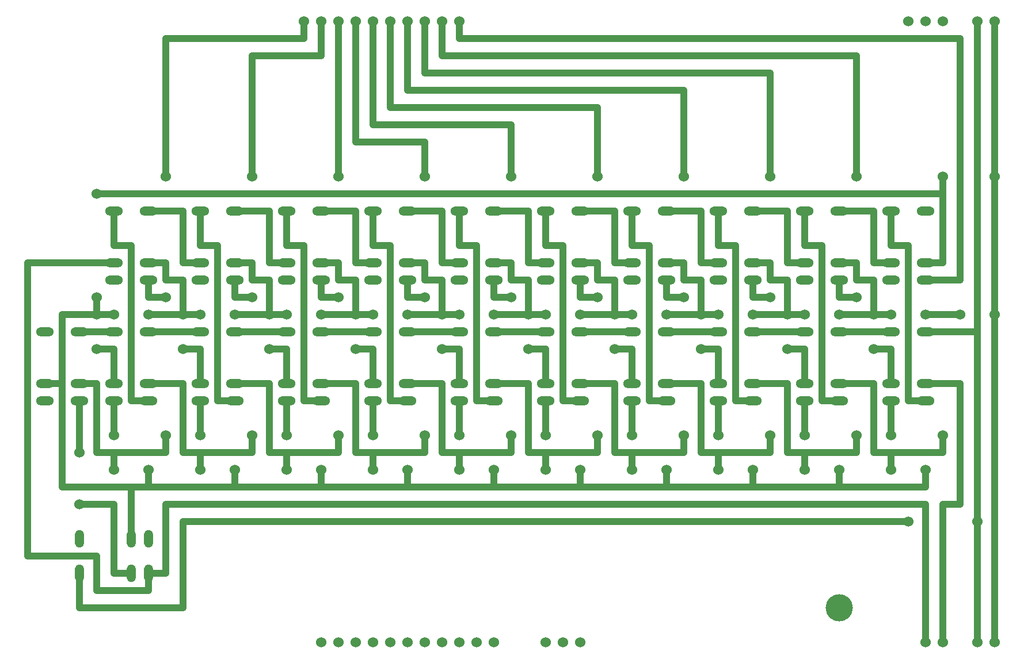
<source format=gbr>
G04 DesignSpark PCB Gerber Version 9.0 Build 5115 *
%FSLAX35Y35*%
%MOIN*%
%ADD24O,0.05200X0.10400*%
%ADD29C,0.03937*%
%ADD10C,0.06000*%
%ADD18O,0.10400X0.05200*%
%ADD73C,0.15748*%
X0Y0D02*
D02*
D10*
X47022Y98596D03*
Y128596D03*
X57022Y188596D03*
Y208596D03*
Y218596D03*
Y278596D03*
X67022Y118596D03*
Y138596D03*
Y208596D03*
X87022Y118596D03*
Y208596D03*
X97022Y138596D03*
Y218596D03*
Y288596D03*
X107022Y188596D03*
Y208596D03*
X117022Y118596D03*
Y138596D03*
Y208596D03*
X137022Y118596D03*
Y208596D03*
X147022Y138596D03*
Y218596D03*
Y288596D03*
X157022Y188596D03*
Y208596D03*
X167022Y118596D03*
Y138596D03*
Y208596D03*
X177022Y378596D03*
X187022Y18596D03*
Y118596D03*
Y208596D03*
Y378596D03*
X197022Y18596D03*
Y138596D03*
Y218596D03*
Y288596D03*
Y378596D03*
X207022Y18596D03*
Y188596D03*
Y208596D03*
Y378596D03*
X217022Y18596D03*
Y118596D03*
Y138596D03*
Y208596D03*
Y378596D03*
X227022Y18596D03*
Y378596D03*
X237022Y18596D03*
Y118596D03*
Y208596D03*
Y378596D03*
X247022Y18596D03*
Y138596D03*
Y218596D03*
Y288596D03*
Y378596D03*
X257022Y18596D03*
Y188596D03*
Y208596D03*
Y378596D03*
X267022Y18596D03*
Y118596D03*
Y138596D03*
Y208596D03*
Y378596D03*
X277022Y18596D03*
X287022D03*
Y118596D03*
Y208596D03*
X297022Y138596D03*
Y218596D03*
Y288596D03*
X307022Y188596D03*
Y208596D03*
X317022Y18596D03*
Y118596D03*
Y138596D03*
Y208596D03*
X327022Y18596D03*
X337022D03*
Y118596D03*
Y208596D03*
X347022Y138596D03*
Y218596D03*
Y288596D03*
X357022Y188596D03*
Y208596D03*
X367022Y118596D03*
Y138596D03*
Y208596D03*
X387022Y118596D03*
Y208596D03*
X397022Y138596D03*
Y218596D03*
Y288596D03*
X407022Y188596D03*
Y208596D03*
X417022Y118596D03*
Y138596D03*
Y208596D03*
X437022Y118596D03*
Y208596D03*
X447022Y138596D03*
Y218596D03*
Y288596D03*
X457022Y188596D03*
Y208596D03*
X467022Y118596D03*
Y138596D03*
Y208596D03*
X487022Y118596D03*
Y208596D03*
X497022Y138596D03*
Y218596D03*
Y288596D03*
X507022Y188596D03*
Y208596D03*
X517022Y118596D03*
Y138596D03*
Y208596D03*
X527022Y88596D03*
Y378596D03*
X537022Y18596D03*
Y118596D03*
Y208596D03*
Y378596D03*
X547022Y18596D03*
Y138596D03*
Y288596D03*
Y378596D03*
X557022Y208596D03*
X567022Y18596D03*
Y88596D03*
Y378596D03*
X577022Y18596D03*
Y208596D03*
Y288596D03*
Y378596D03*
D02*
D18*
X27022Y158596D03*
Y168596D03*
Y198596D03*
X47022Y158596D03*
Y168596D03*
Y198596D03*
X67022Y158596D03*
Y168596D03*
Y198596D03*
Y228596D03*
Y238596D03*
Y268596D03*
X87022Y158596D03*
Y168596D03*
Y198596D03*
Y228596D03*
Y238596D03*
Y268596D03*
X117022Y158596D03*
Y168596D03*
Y198596D03*
Y228596D03*
Y238596D03*
Y268596D03*
X137022Y158596D03*
Y168596D03*
Y198596D03*
Y228596D03*
Y238596D03*
Y268596D03*
X167022Y158596D03*
Y168596D03*
Y198596D03*
Y228596D03*
Y238596D03*
Y268596D03*
X187022Y158596D03*
Y168596D03*
Y198596D03*
Y228596D03*
Y238596D03*
Y268596D03*
X217022Y158596D03*
Y168596D03*
Y198596D03*
Y228596D03*
Y238596D03*
Y268596D03*
X237022Y158596D03*
Y168596D03*
Y198596D03*
Y228596D03*
Y238596D03*
Y268596D03*
X267022Y158596D03*
Y168596D03*
Y198596D03*
Y228596D03*
Y238596D03*
Y268596D03*
X287022Y158596D03*
Y168596D03*
Y198596D03*
Y228596D03*
Y238596D03*
Y268596D03*
X317022Y158596D03*
Y168596D03*
Y198596D03*
Y228596D03*
Y238596D03*
Y268596D03*
X337022Y158596D03*
Y168596D03*
Y198596D03*
Y228596D03*
Y238596D03*
Y268596D03*
X367022Y158596D03*
Y168596D03*
Y198596D03*
Y228596D03*
Y238596D03*
Y268596D03*
X387022Y158596D03*
Y168596D03*
Y198596D03*
Y228596D03*
Y238596D03*
Y268596D03*
X417022Y158596D03*
Y168596D03*
Y198596D03*
Y228596D03*
Y238596D03*
Y268596D03*
X437022Y158596D03*
Y168596D03*
Y198596D03*
Y228596D03*
Y238596D03*
Y268596D03*
X467022Y158596D03*
Y168596D03*
Y198596D03*
Y228596D03*
Y238596D03*
Y268596D03*
X487022Y158596D03*
Y168596D03*
Y198596D03*
Y228596D03*
Y238596D03*
Y268596D03*
X517022Y158596D03*
Y168596D03*
Y198596D03*
Y228596D03*
Y238596D03*
Y268596D03*
X537022Y158596D03*
Y168596D03*
Y198596D03*
Y228596D03*
Y238596D03*
Y268596D03*
D02*
D24*
X47022Y58596D03*
Y78596D03*
X77022Y58596D03*
Y78596D03*
X87022Y58596D03*
Y78596D03*
D02*
D29*
X37022Y168596D02*
X27022D01*
X47022Y58596D02*
Y38596D01*
X107022*
Y88596*
X517022*
X47022Y98596D02*
X67022D01*
Y58596*
X77022*
X47022Y158596D02*
Y128596D01*
X57022Y208596D02*
X37022D01*
Y168596*
X57022Y218596D02*
Y208596D01*
X67022Y158596D02*
Y138596D01*
Y168596D02*
Y188596D01*
X57022*
X67022Y198596D02*
X47022D01*
X67022Y208596D02*
X57022D01*
X67022Y238596D02*
X17022D01*
Y68596*
X57022*
Y48596*
X87022*
Y58596*
X77022Y78596D02*
Y108596D01*
X37022*
Y168596*
X77022Y128596D02*
X57022D01*
Y168596*
X47022*
X77022Y128596D02*
X67022D01*
Y118596*
X87022Y58596D02*
X97022D01*
Y98596*
X537022*
X87022Y108596D02*
X77022D01*
X87022D02*
Y118596D01*
Y158596D02*
X77022D01*
Y248596*
X67022*
Y268596*
X87022Y168596D02*
X107022D01*
Y128596*
X117022*
X87022Y208596D02*
X107022D01*
X87022Y228596D02*
Y218596D01*
X97022*
X87022Y238596D02*
X97022D01*
Y228596*
X107022*
Y208596*
X87022Y268596D02*
X107022D01*
Y238596*
X117022*
X97022Y138596D02*
Y128596D01*
X77022*
X107022Y208596D02*
X117022D01*
Y128596D02*
Y118596D01*
Y158596D02*
Y138596D01*
Y168596D02*
Y188596D01*
X107022*
X117022Y198596D02*
X87022D01*
X137022Y108596D02*
X87022D01*
X137022D02*
Y118596D01*
Y158596D02*
X127022D01*
Y248596*
X117022*
Y268596*
X137022Y208596D02*
X157022D01*
X137022Y228596D02*
Y218596D01*
X147022*
X137022Y238596D02*
X147022D01*
Y228596*
X157022*
Y208596*
X137022Y268596D02*
X157022D01*
Y238596*
X167022*
X147022Y138596D02*
Y128596D01*
X117022*
X147022Y288596D02*
Y358596D01*
X187022*
Y378596*
X157022Y208596D02*
X167022D01*
Y158596D02*
Y138596D01*
Y168596D02*
Y188596D01*
X157022*
X167022Y198596D02*
X137022D01*
X177022Y128596D02*
X157022D01*
Y168596*
X137022*
X177022Y128596D02*
X167022D01*
Y118596*
X177022Y378596D02*
Y368596D01*
X97022*
Y288596*
X187022Y108596D02*
X137022D01*
X187022D02*
Y118596D01*
Y158596D02*
X177022D01*
Y248596*
X167022*
Y268596*
X187022Y208596D02*
X207022D01*
X187022Y228596D02*
Y218596D01*
X197022*
X187022Y238596D02*
X197022D01*
Y228596*
X207022*
Y208596*
X187022Y268596D02*
X207022D01*
Y238596*
X217022*
X197022Y138596D02*
Y128596D01*
X177022*
X197022Y288596D02*
Y378596D01*
X207022Y208596D02*
X217022D01*
Y158596D02*
Y138596D01*
Y168596D02*
Y188596D01*
X207022*
X217022Y198596D02*
X187022D01*
X227022Y128596D02*
X207022D01*
Y168596*
X187022*
X227022Y128596D02*
X217022D01*
Y118596*
X237022Y108596D02*
X187022D01*
X237022D02*
Y118596D01*
Y158596D02*
X227022D01*
Y248596*
X217022*
Y268596*
X237022Y228596D02*
Y218596D01*
X247022*
X237022Y238596D02*
X247022D01*
Y228596*
X257022*
Y208596*
X237022Y268596D02*
X257022D01*
Y238596*
X267022*
X247022Y138596D02*
Y128596D01*
X227022*
X247022Y288596D02*
Y308596D01*
X207022*
Y378596*
X247022D02*
Y348596D01*
X447022*
Y288596*
X257022Y208596D02*
X237022D01*
X267022Y158596D02*
Y138596D01*
Y168596D02*
Y188596D01*
X257022*
X267022Y198596D02*
X237022D01*
X267022Y208596D02*
X257022D01*
X277022Y128596D02*
X257022D01*
Y168596*
X237022*
X277022Y128596D02*
X267022D01*
Y118596*
X287022Y108596D02*
X237022D01*
X287022D02*
Y118596D01*
Y158596D02*
X277022D01*
Y248596*
X267022*
Y268596*
X287022Y228596D02*
Y218596D01*
X297022*
X287022Y238596D02*
X297022D01*
Y228596*
X307022*
Y208596*
X287022Y268596D02*
X307022D01*
Y238596*
X317022*
X297022Y138596D02*
Y128596D01*
X277022*
X297022Y288596D02*
Y318596D01*
X217022*
Y378596*
X307022Y208596D02*
X287022D01*
X317022Y158596D02*
Y138596D01*
Y168596D02*
Y188596D01*
X307022*
X317022Y198596D02*
X287022D01*
X317022Y208596D02*
X307022D01*
X327022Y128596D02*
X307022D01*
Y168596*
X287022*
X327022Y128596D02*
X317022D01*
Y118596*
X337022Y108596D02*
X287022D01*
X337022D02*
Y118596D01*
Y158596D02*
X327022D01*
Y248596*
X317022*
Y268596*
X337022Y228596D02*
Y218596D01*
X347022*
X337022Y238596D02*
X347022D01*
Y228596*
X357022*
Y208596*
X337022Y268596D02*
X357022D01*
Y238596*
X367022*
X347022Y138596D02*
Y128596D01*
X327022*
X347022Y288596D02*
Y328596D01*
X227022*
Y378596*
X357022Y208596D02*
X337022D01*
X367022Y158596D02*
Y138596D01*
Y168596D02*
Y188596D01*
X357022*
X367022Y198596D02*
X337022D01*
X367022Y208596D02*
X357022D01*
X377022Y128596D02*
X357022D01*
Y168596*
X337022*
X377022Y128596D02*
X367022D01*
Y118596*
X387022Y108596D02*
X337022D01*
X387022D02*
Y118596D01*
Y158596D02*
X377022D01*
Y248596*
X367022*
Y268596*
X387022Y228596D02*
Y218596D01*
X397022*
X387022Y238596D02*
X397022D01*
Y228596*
X407022*
Y208596*
X387022Y268596D02*
X407022D01*
Y238596*
X417022*
X397022Y138596D02*
Y128596D01*
X377022*
X397022Y288596D02*
Y338596D01*
X237022*
Y378596*
X407022Y208596D02*
X387022D01*
X417022Y158596D02*
Y138596D01*
Y168596D02*
Y188596D01*
X407022*
X417022Y198596D02*
X387022D01*
X417022Y208596D02*
X407022D01*
X427022Y128596D02*
X407022D01*
Y168596*
X387022*
X427022Y128596D02*
X417022D01*
Y118596*
X437022Y108596D02*
X387022D01*
X437022D02*
Y118596D01*
Y158596D02*
X427022D01*
Y248596*
X417022*
Y268596*
X437022Y168596D02*
X457022D01*
Y128596*
X477022*
X437022Y228596D02*
Y218596D01*
X447022*
X437022Y238596D02*
X447022D01*
Y228596*
X457022*
Y208596*
X447022Y138596D02*
Y128596D01*
X427022*
X457022Y208596D02*
X437022D01*
X467022Y158596D02*
Y138596D01*
Y168596D02*
Y188596D01*
X457022*
X467022Y198596D02*
X437022D01*
X467022Y208596D02*
X457022D01*
X467022Y238596D02*
X457022D01*
Y268596*
X437022*
X477022Y128596D02*
X467022D01*
Y118596*
X487022Y108596D02*
X437022D01*
X487022D02*
Y118596D01*
Y158596D02*
X477022D01*
Y248596*
X467022*
Y268596*
X487022Y228596D02*
Y218596D01*
X497022*
X487022Y238596D02*
X497022D01*
Y228596*
X507022*
X497022Y138596D02*
Y128596D01*
X477022*
X497022Y288596D02*
Y358596D01*
X257022*
Y378596*
X507022Y208596D02*
X517022D01*
X507022D02*
X487022D01*
X507022Y228596D02*
Y208596D01*
X517022Y88596D02*
X527022D01*
X517022Y118596D02*
Y128596D01*
X527022*
X517022Y158596D02*
Y138596D01*
Y168596D02*
Y188596D01*
X507022*
X517022Y198596D02*
X487022D01*
X517022Y238596D02*
X507022D01*
Y268596*
X487022*
X517022Y368596D02*
X267022D01*
Y378596*
X527022Y128596D02*
X507022D01*
Y168596*
X487022*
X537022Y98596D02*
Y18596D01*
Y118596D02*
Y108596D01*
X487022*
X537022Y158596D02*
X527022D01*
Y248596*
X517022*
Y268596*
X537022Y198596D02*
X567022D01*
X537022Y208596D02*
X557022D01*
X537022Y228596D02*
X557022D01*
Y368596*
X517022*
X537022Y238596D02*
X547022D01*
Y278596*
Y138596D02*
Y128596D01*
X527022*
X547022Y278596D02*
X57022D01*
X547022D02*
Y288596D01*
X557022Y168596D02*
Y98596D01*
X547022*
Y18596*
X557022Y168596D02*
X537022D01*
X567022Y88596D02*
Y198596D01*
Y88596D02*
Y18596D01*
Y198596D02*
Y378596D01*
X577022Y208596D02*
Y18596D01*
Y288596D02*
Y208596D01*
Y288596D02*
Y378596D01*
D02*
D73*
X487022Y38596D03*
X0Y0D02*
M02*

</source>
